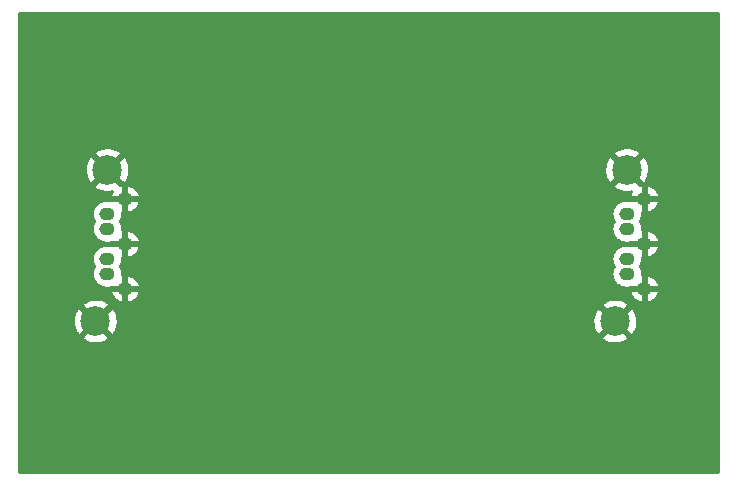
<source format=gbr>
%TF.GenerationSoftware,KiCad,Pcbnew,(5.99.0-10394-g2e15de97e0)*%
%TF.CreationDate,2021-05-18T08:39:38+02:00*%
%TF.ProjectId,BP02A,42503032-412e-46b6-9963-61645f706362,rev?*%
%TF.SameCoordinates,Original*%
%TF.FileFunction,Copper,L1,Top*%
%TF.FilePolarity,Positive*%
%FSLAX46Y46*%
G04 Gerber Fmt 4.6, Leading zero omitted, Abs format (unit mm)*
G04 Created by KiCad (PCBNEW (5.99.0-10394-g2e15de97e0)) date 2021-05-18 08:39:38*
%MOMM*%
%LPD*%
G01*
G04 APERTURE LIST*
%TA.AperFunction,ComponentPad*%
%ADD10C,6.000000*%
%TD*%
%TA.AperFunction,ComponentPad*%
%ADD11O,1.300000X1.100000*%
%TD*%
%TA.AperFunction,ComponentPad*%
%ADD12C,2.500000*%
%TD*%
%TA.AperFunction,Conductor*%
%ADD13C,0.254000*%
%TD*%
G04 APERTURE END LIST*
D10*
%TO.P,M1,1*%
%TO.N,GND*%
X5080000Y35560000D03*
%TD*%
%TO.P,M3,1*%
%TO.N,GND*%
X55880000Y5080000D03*
%TD*%
D11*
%TO.P,J1,1,1*%
%TO.N,GND*%
X9849000Y24030000D03*
%TO.P,J1,2,2*%
%TO.N,3rd_order_in_P*%
X8349000Y22760000D03*
%TO.P,J1,3,3*%
%TO.N,3rd_order_in_N*%
X8349000Y21490000D03*
%TO.P,J1,4,4*%
%TO.N,GND*%
X9849000Y20220000D03*
%TO.P,J1,5,5*%
%TO.N,2rd_order_in_P*%
X8349000Y18950000D03*
%TO.P,J1,6,6*%
%TO.N,2rd_order_in_N*%
X8349000Y17680000D03*
%TO.P,J1,7,7*%
%TO.N,GND*%
X9849000Y16410000D03*
D12*
%TO.P,J1,8,4*%
X7349000Y13660000D03*
%TO.P,J1,9,7*%
X8349000Y26490000D03*
%TD*%
D11*
%TO.P,J2,1,1*%
%TO.N,GND*%
X53824000Y24030000D03*
%TO.P,J2,2,2*%
%TO.N,3rd_order_out_P*%
X52324000Y22760000D03*
%TO.P,J2,3,3*%
%TO.N,3rd_order_out_N*%
X52324000Y21490000D03*
%TO.P,J2,4,4*%
%TO.N,GND*%
X53824000Y20220000D03*
%TO.P,J2,5,5*%
%TO.N,2rd_order_out_P*%
X52324000Y18950000D03*
%TO.P,J2,6,6*%
%TO.N,2rd_order_out_N*%
X52324000Y17680000D03*
%TO.P,J2,7,7*%
%TO.N,GND*%
X53824000Y16410000D03*
D12*
%TO.P,J2,8,4*%
X51324000Y13660000D03*
%TO.P,J2,9,7*%
X52324000Y26490000D03*
%TD*%
D10*
%TO.P,M4,1*%
%TO.N,GND*%
X5080000Y5080000D03*
%TD*%
%TO.P,M2,1*%
%TO.N,GND*%
X55880000Y35560000D03*
%TD*%
%TO.N,GND*%
D13*
X60072000Y888000D02*
X888000Y888000D01*
X888000Y12276981D01*
X6175287Y12276981D01*
X6180352Y12206166D01*
X6223903Y12148586D01*
X6340247Y12063279D01*
X6356085Y12053383D01*
X6587338Y11931715D01*
X6604464Y11924268D01*
X6851161Y11838118D01*
X6869200Y11833284D01*
X7125921Y11784544D01*
X7144476Y11782430D01*
X7405581Y11772171D01*
X7424245Y11772823D01*
X7683998Y11801271D01*
X7702361Y11804674D01*
X7955057Y11871203D01*
X7972715Y11877283D01*
X8212801Y11980432D01*
X8229366Y11989056D01*
X8451568Y12126559D01*
X8466674Y12137533D01*
X8483366Y12151663D01*
X8522436Y12210943D01*
X8523197Y12276981D01*
X50150287Y12276981D01*
X50155352Y12206166D01*
X50198903Y12148586D01*
X50315247Y12063279D01*
X50331085Y12053383D01*
X50562338Y11931715D01*
X50579464Y11924268D01*
X50826161Y11838118D01*
X50844200Y11833284D01*
X51100921Y11784544D01*
X51119476Y11782430D01*
X51380581Y11772171D01*
X51399245Y11772823D01*
X51658998Y11801271D01*
X51677361Y11804674D01*
X51930057Y11871203D01*
X51947715Y11877283D01*
X52187801Y11980432D01*
X52204366Y11989056D01*
X52426568Y12126559D01*
X52441674Y12137533D01*
X52458366Y12151663D01*
X52497436Y12210943D01*
X52498254Y12281935D01*
X52466052Y12336928D01*
X51413095Y13389885D01*
X51350783Y13423911D01*
X51279968Y13418846D01*
X51234905Y13389885D01*
X50184313Y12339293D01*
X50150287Y12276981D01*
X8523197Y12276981D01*
X8523254Y12281935D01*
X8491052Y12336928D01*
X7438095Y13389885D01*
X7375783Y13423911D01*
X7304968Y13418846D01*
X7259905Y13389885D01*
X6209313Y12339293D01*
X6175287Y12276981D01*
X888000Y12276981D01*
X888000Y13700105D01*
X5460749Y13700105D01*
X5473286Y13439099D01*
X5475562Y13420562D01*
X5526541Y13164277D01*
X5531532Y13146282D01*
X5619831Y12900346D01*
X5627427Y12883284D01*
X5751109Y12653102D01*
X5761143Y12637353D01*
X5838277Y12534057D01*
X5895061Y12491442D01*
X5965871Y12486293D01*
X6028330Y12520350D01*
X7078885Y13570905D01*
X7112911Y13633217D01*
X7109080Y13686783D01*
X7585089Y13686783D01*
X7590154Y13615968D01*
X7619115Y13570905D01*
X8672681Y12517339D01*
X8734993Y12483313D01*
X8805808Y12488378D01*
X8862644Y12530925D01*
X8867747Y12538271D01*
X9004326Y12750606D01*
X9013237Y12767019D01*
X9120560Y13005268D01*
X9126947Y13022817D01*
X9197876Y13274313D01*
X9201600Y13292613D01*
X9234577Y13551831D01*
X9235541Y13564434D01*
X9237957Y13656702D01*
X9237654Y13669338D01*
X9235368Y13700105D01*
X49435749Y13700105D01*
X49448286Y13439099D01*
X49450562Y13420562D01*
X49501541Y13164277D01*
X49506532Y13146282D01*
X49594831Y12900346D01*
X49602427Y12883284D01*
X49726109Y12653102D01*
X49736143Y12637353D01*
X49813277Y12534057D01*
X49870061Y12491442D01*
X49940871Y12486293D01*
X50003330Y12520350D01*
X51053885Y13570905D01*
X51087911Y13633217D01*
X51084080Y13686783D01*
X51560089Y13686783D01*
X51565154Y13615968D01*
X51594115Y13570905D01*
X52647681Y12517339D01*
X52709993Y12483313D01*
X52780808Y12488378D01*
X52837644Y12530925D01*
X52842747Y12538271D01*
X52979326Y12750606D01*
X52988237Y12767019D01*
X53095560Y13005268D01*
X53101947Y13022817D01*
X53172876Y13274313D01*
X53176600Y13292613D01*
X53209577Y13551831D01*
X53210541Y13564434D01*
X53212957Y13656702D01*
X53212654Y13669338D01*
X53193289Y13929926D01*
X53190528Y13948396D01*
X53132858Y14203259D01*
X53127398Y14221118D01*
X53032691Y14464658D01*
X53024651Y14481514D01*
X52894986Y14708380D01*
X52884543Y14723863D01*
X52833176Y14789022D01*
X52775295Y14830135D01*
X52704375Y14833429D01*
X52645131Y14800111D01*
X51594115Y13749095D01*
X51560089Y13686783D01*
X51084080Y13686783D01*
X51082846Y13704032D01*
X51053885Y13749095D01*
X50001555Y14801425D01*
X49939243Y14835451D01*
X49868428Y14830386D01*
X49815587Y14792900D01*
X49791841Y14764349D01*
X49780995Y14749144D01*
X49645436Y14525750D01*
X49636958Y14509111D01*
X49535908Y14268134D01*
X49529982Y14250423D01*
X49465661Y13997157D01*
X49462418Y13978766D01*
X49436238Y13718774D01*
X49435749Y13700105D01*
X9235368Y13700105D01*
X9218289Y13929926D01*
X9215528Y13948396D01*
X9157858Y14203259D01*
X9152398Y14221118D01*
X9057691Y14464658D01*
X9049651Y14481514D01*
X8919986Y14708380D01*
X8909543Y14723863D01*
X8858176Y14789022D01*
X8800295Y14830135D01*
X8729375Y14833429D01*
X8670131Y14800111D01*
X7619115Y13749095D01*
X7585089Y13686783D01*
X7109080Y13686783D01*
X7107846Y13704032D01*
X7078885Y13749095D01*
X6026555Y14801425D01*
X5964243Y14835451D01*
X5893428Y14830386D01*
X5840587Y14792900D01*
X5816841Y14764349D01*
X5805995Y14749144D01*
X5670436Y14525750D01*
X5661958Y14509111D01*
X5560908Y14268134D01*
X5554982Y14250423D01*
X5490661Y13997157D01*
X5487418Y13978766D01*
X5461238Y13718774D01*
X5460749Y13700105D01*
X888000Y13700105D01*
X888000Y15052988D01*
X6171604Y15052988D01*
X6201685Y14988679D01*
X6207058Y14982962D01*
X7259905Y13930115D01*
X7322217Y13896089D01*
X7393032Y13901154D01*
X7438095Y13930115D01*
X8489376Y14981396D01*
X8523402Y15043708D01*
X8522738Y15052988D01*
X50146604Y15052988D01*
X50176685Y14988679D01*
X50182058Y14982962D01*
X51234905Y13930115D01*
X51297217Y13896089D01*
X51368032Y13901154D01*
X51413095Y13930115D01*
X52464376Y14981396D01*
X52498402Y15043708D01*
X52493337Y15114523D01*
X52447100Y15174019D01*
X52290609Y15282580D01*
X52274518Y15292058D01*
X52040159Y15407631D01*
X52022844Y15414627D01*
X51773977Y15494290D01*
X51755818Y15498650D01*
X51497910Y15540653D01*
X51479306Y15542280D01*
X51218021Y15545701D01*
X51199379Y15544561D01*
X50940460Y15509323D01*
X50922194Y15505440D01*
X50671326Y15432319D01*
X50653833Y15425779D01*
X50416530Y15316381D01*
X50400196Y15307327D01*
X50202068Y15177429D01*
X50156067Y15123352D01*
X50146604Y15052988D01*
X8522738Y15052988D01*
X8518337Y15114523D01*
X8472100Y15174019D01*
X8315609Y15282580D01*
X8299518Y15292058D01*
X8065159Y15407631D01*
X8047844Y15414627D01*
X7798977Y15494290D01*
X7780818Y15498650D01*
X7522910Y15540653D01*
X7504306Y15542280D01*
X7243021Y15545701D01*
X7224379Y15544561D01*
X6965460Y15509323D01*
X6947194Y15505440D01*
X6696326Y15432319D01*
X6678833Y15425779D01*
X6441530Y15316381D01*
X6425196Y15307327D01*
X6227068Y15177429D01*
X6181067Y15123352D01*
X6171604Y15052988D01*
X888000Y15052988D01*
X888000Y16138068D01*
X8596244Y16138068D01*
X8600088Y16120425D01*
X8642530Y15976218D01*
X8651742Y15953418D01*
X8747858Y15769565D01*
X8761324Y15748988D01*
X8891320Y15587306D01*
X8908524Y15569737D01*
X9067448Y15436383D01*
X9087739Y15422489D01*
X9269539Y15322544D01*
X9292141Y15312857D01*
X9489891Y15250127D01*
X9513946Y15245014D01*
X9580956Y15237498D01*
X9650881Y15249783D01*
X9703065Y15297922D01*
X9721000Y15362713D01*
X9721000Y16156000D01*
X9977000Y16156000D01*
X9977000Y15362100D01*
X9997002Y15293979D01*
X10050658Y15247486D01*
X10115296Y15236701D01*
X10167767Y15241846D01*
X10191889Y15246623D01*
X10390496Y15306586D01*
X10413231Y15315957D01*
X10596408Y15413354D01*
X10616890Y15426962D01*
X10777661Y15558083D01*
X10795111Y15575411D01*
X10927352Y15735263D01*
X10941103Y15755649D01*
X11039777Y15938142D01*
X11049306Y15960813D01*
X11098192Y16118742D01*
X11098474Y16138068D01*
X52571244Y16138068D01*
X52575088Y16120425D01*
X52617530Y15976218D01*
X52626742Y15953418D01*
X52722858Y15769565D01*
X52736324Y15748988D01*
X52866320Y15587306D01*
X52883524Y15569737D01*
X53042448Y15436383D01*
X53062739Y15422489D01*
X53244539Y15322544D01*
X53267141Y15312857D01*
X53464891Y15250127D01*
X53488946Y15245014D01*
X53555956Y15237498D01*
X53625881Y15249783D01*
X53678065Y15297922D01*
X53696000Y15362713D01*
X53696000Y16156000D01*
X53952000Y16156000D01*
X53952000Y15362100D01*
X53972002Y15293979D01*
X54025658Y15247486D01*
X54090296Y15236701D01*
X54142767Y15241846D01*
X54166889Y15246623D01*
X54365496Y15306586D01*
X54388231Y15315957D01*
X54571408Y15413354D01*
X54591890Y15426962D01*
X54752661Y15558083D01*
X54770111Y15575411D01*
X54902352Y15735263D01*
X54916103Y15755649D01*
X55014777Y15938142D01*
X55024306Y15960813D01*
X55073192Y16118742D01*
X55074228Y16189731D01*
X55036720Y16250010D01*
X54972576Y16280443D01*
X54952827Y16282000D01*
X54078000Y16282000D01*
X54009879Y16261998D01*
X53963386Y16208342D01*
X53952000Y16156000D01*
X53696000Y16156000D01*
X53675998Y16224121D01*
X53622342Y16270614D01*
X53570000Y16282000D01*
X52695962Y16282000D01*
X52627841Y16261998D01*
X52581348Y16208342D01*
X52571244Y16138068D01*
X11098474Y16138068D01*
X11099228Y16189731D01*
X11061720Y16250010D01*
X10997576Y16280443D01*
X10977827Y16282000D01*
X10103000Y16282000D01*
X10034879Y16261998D01*
X9988386Y16208342D01*
X9977000Y16156000D01*
X9721000Y16156000D01*
X9700998Y16224121D01*
X9647342Y16270614D01*
X9595000Y16282000D01*
X8720962Y16282000D01*
X8652841Y16261998D01*
X8606348Y16208342D01*
X8596244Y16138068D01*
X888000Y16138068D01*
X888000Y18946005D01*
X7060045Y18946005D01*
X7078857Y18739300D01*
X7083464Y18715145D01*
X7142066Y18516031D01*
X7151278Y18493231D01*
X7245150Y18313671D01*
X7157763Y18152052D01*
X7148234Y18129382D01*
X7086857Y17931105D01*
X7081912Y17907017D01*
X7060216Y17700596D01*
X7060045Y17676005D01*
X7078857Y17469300D01*
X7083464Y17445145D01*
X7142066Y17246031D01*
X7151278Y17223231D01*
X7247439Y17039292D01*
X7260904Y17018715D01*
X7390961Y16856956D01*
X7408167Y16839386D01*
X7567167Y16705970D01*
X7587457Y16692077D01*
X7769342Y16592085D01*
X7791944Y16582398D01*
X7989787Y16519638D01*
X8013841Y16514525D01*
X8176457Y16496285D01*
X8190502Y16495500D01*
X8499994Y16495500D01*
X8512289Y16496101D01*
X8667863Y16511355D01*
X8691986Y16516132D01*
X8764416Y16538000D01*
X9595000Y16538000D01*
X9663121Y16558002D01*
X9709614Y16611658D01*
X9721000Y16664000D01*
X9721000Y17457287D01*
X9977000Y17457287D01*
X9977000Y16664000D01*
X9997002Y16595879D01*
X10050658Y16549386D01*
X10103000Y16538000D01*
X10977038Y16538000D01*
X11045159Y16558002D01*
X11091652Y16611658D01*
X11101756Y16681932D01*
X11097912Y16699575D01*
X11055470Y16843782D01*
X11046258Y16866582D01*
X10950142Y17050435D01*
X10936676Y17071012D01*
X10806680Y17232694D01*
X10789476Y17250263D01*
X10630552Y17383617D01*
X10610261Y17397511D01*
X10428461Y17497456D01*
X10405859Y17507143D01*
X10208109Y17569873D01*
X10184054Y17574986D01*
X10117044Y17582502D01*
X10047119Y17570217D01*
X9994935Y17522078D01*
X9977000Y17457287D01*
X9721000Y17457287D01*
X9721000Y17457900D01*
X9700998Y17526021D01*
X9647342Y17572514D01*
X9628974Y17575579D01*
X9637784Y17659404D01*
X9637955Y17683995D01*
X9619143Y17890700D01*
X9614536Y17914855D01*
X9555934Y18113969D01*
X9546722Y18136769D01*
X9452850Y18316329D01*
X9540237Y18477948D01*
X9549766Y18500618D01*
X9611143Y18698895D01*
X9616088Y18722983D01*
X9637784Y18929404D01*
X9637899Y18946005D01*
X51035045Y18946005D01*
X51053857Y18739300D01*
X51058464Y18715145D01*
X51117066Y18516031D01*
X51126278Y18493231D01*
X51220150Y18313671D01*
X51132763Y18152052D01*
X51123234Y18129382D01*
X51061857Y17931105D01*
X51056912Y17907017D01*
X51035216Y17700596D01*
X51035045Y17676005D01*
X51053857Y17469300D01*
X51058464Y17445145D01*
X51117066Y17246031D01*
X51126278Y17223231D01*
X51222439Y17039292D01*
X51235904Y17018715D01*
X51365961Y16856956D01*
X51383167Y16839386D01*
X51542167Y16705970D01*
X51562457Y16692077D01*
X51744342Y16592085D01*
X51766944Y16582398D01*
X51964787Y16519638D01*
X51988841Y16514525D01*
X52151457Y16496285D01*
X52165502Y16495500D01*
X52474994Y16495500D01*
X52487289Y16496101D01*
X52642863Y16511355D01*
X52666986Y16516132D01*
X52739416Y16538000D01*
X53570000Y16538000D01*
X53638121Y16558002D01*
X53684614Y16611658D01*
X53696000Y16664000D01*
X53696000Y17457287D01*
X53952000Y17457287D01*
X53952000Y16664000D01*
X53972002Y16595879D01*
X54025658Y16549386D01*
X54078000Y16538000D01*
X54952038Y16538000D01*
X55020159Y16558002D01*
X55066652Y16611658D01*
X55076756Y16681932D01*
X55072912Y16699575D01*
X55030470Y16843782D01*
X55021258Y16866582D01*
X54925142Y17050435D01*
X54911676Y17071012D01*
X54781680Y17232694D01*
X54764476Y17250263D01*
X54605552Y17383617D01*
X54585261Y17397511D01*
X54403461Y17497456D01*
X54380859Y17507143D01*
X54183109Y17569873D01*
X54159054Y17574986D01*
X54092044Y17582502D01*
X54022119Y17570217D01*
X53969935Y17522078D01*
X53952000Y17457287D01*
X53696000Y17457287D01*
X53696000Y17457900D01*
X53675998Y17526021D01*
X53622342Y17572514D01*
X53603974Y17575579D01*
X53612784Y17659404D01*
X53612955Y17683995D01*
X53594143Y17890700D01*
X53589536Y17914855D01*
X53530934Y18113969D01*
X53521722Y18136769D01*
X53427850Y18316329D01*
X53515237Y18477948D01*
X53524766Y18500618D01*
X53586143Y18698895D01*
X53591088Y18722983D01*
X53612784Y18929404D01*
X53612955Y18953995D01*
X53603682Y19055883D01*
X53625881Y19059783D01*
X53678065Y19107922D01*
X53696000Y19172713D01*
X53696000Y19966000D01*
X53952000Y19966000D01*
X53952000Y19172100D01*
X53972002Y19103979D01*
X54025658Y19057486D01*
X54090296Y19046701D01*
X54142767Y19051846D01*
X54166889Y19056623D01*
X54365496Y19116586D01*
X54388231Y19125957D01*
X54571408Y19223354D01*
X54591890Y19236962D01*
X54752661Y19368083D01*
X54770111Y19385411D01*
X54902352Y19545263D01*
X54916103Y19565649D01*
X55014777Y19748142D01*
X55024306Y19770813D01*
X55073192Y19928742D01*
X55074228Y19999731D01*
X55036720Y20060010D01*
X54972576Y20090443D01*
X54952827Y20092000D01*
X54078000Y20092000D01*
X54009879Y20071998D01*
X53963386Y20018342D01*
X53952000Y19966000D01*
X53696000Y19966000D01*
X53675998Y20034121D01*
X53622342Y20080614D01*
X53570000Y20092000D01*
X52741097Y20092000D01*
X52683213Y20110362D01*
X52659159Y20115475D01*
X52496543Y20133715D01*
X52482498Y20134500D01*
X52173006Y20134500D01*
X52160711Y20133899D01*
X52005137Y20118645D01*
X51981014Y20113868D01*
X51782314Y20053877D01*
X51759579Y20044506D01*
X51576315Y19947063D01*
X51555832Y19933455D01*
X51394986Y19802271D01*
X51377538Y19784944D01*
X51245235Y19625018D01*
X51231483Y19604631D01*
X51132763Y19422052D01*
X51123234Y19399382D01*
X51061857Y19201105D01*
X51056912Y19177017D01*
X51035216Y18970596D01*
X51035045Y18946005D01*
X9637899Y18946005D01*
X9637955Y18953995D01*
X9628682Y19055883D01*
X9650881Y19059783D01*
X9703065Y19107922D01*
X9721000Y19172713D01*
X9721000Y19966000D01*
X9977000Y19966000D01*
X9977000Y19172100D01*
X9997002Y19103979D01*
X10050658Y19057486D01*
X10115296Y19046701D01*
X10167767Y19051846D01*
X10191889Y19056623D01*
X10390496Y19116586D01*
X10413231Y19125957D01*
X10596408Y19223354D01*
X10616890Y19236962D01*
X10777661Y19368083D01*
X10795111Y19385411D01*
X10927352Y19545263D01*
X10941103Y19565649D01*
X11039777Y19748142D01*
X11049306Y19770813D01*
X11098192Y19928742D01*
X11099228Y19999731D01*
X11061720Y20060010D01*
X10997576Y20090443D01*
X10977827Y20092000D01*
X10103000Y20092000D01*
X10034879Y20071998D01*
X9988386Y20018342D01*
X9977000Y19966000D01*
X9721000Y19966000D01*
X9700998Y20034121D01*
X9647342Y20080614D01*
X9595000Y20092000D01*
X8766097Y20092000D01*
X8708213Y20110362D01*
X8684159Y20115475D01*
X8521543Y20133715D01*
X8507498Y20134500D01*
X8198006Y20134500D01*
X8185711Y20133899D01*
X8030137Y20118645D01*
X8006014Y20113868D01*
X7807314Y20053877D01*
X7784579Y20044506D01*
X7601315Y19947063D01*
X7580832Y19933455D01*
X7419986Y19802271D01*
X7402538Y19784944D01*
X7270235Y19625018D01*
X7256483Y19604631D01*
X7157763Y19422052D01*
X7148234Y19399382D01*
X7086857Y19201105D01*
X7081912Y19177017D01*
X7060216Y18970596D01*
X7060045Y18946005D01*
X888000Y18946005D01*
X888000Y22756005D01*
X7060045Y22756005D01*
X7078857Y22549300D01*
X7083464Y22525145D01*
X7142066Y22326031D01*
X7151278Y22303231D01*
X7245150Y22123671D01*
X7157763Y21962052D01*
X7148234Y21939382D01*
X7086857Y21741105D01*
X7081912Y21717017D01*
X7060216Y21510596D01*
X7060045Y21486005D01*
X7078857Y21279300D01*
X7083464Y21255145D01*
X7142066Y21056031D01*
X7151278Y21033231D01*
X7247439Y20849292D01*
X7260904Y20828715D01*
X7390961Y20666956D01*
X7408167Y20649386D01*
X7567167Y20515970D01*
X7587457Y20502077D01*
X7769342Y20402085D01*
X7791944Y20392398D01*
X7989787Y20329638D01*
X8013841Y20324525D01*
X8176457Y20306285D01*
X8190502Y20305500D01*
X8499994Y20305500D01*
X8512289Y20306101D01*
X8667863Y20321355D01*
X8691986Y20326132D01*
X8764416Y20348000D01*
X9595000Y20348000D01*
X9663121Y20368002D01*
X9709614Y20421658D01*
X9721000Y20474000D01*
X9721000Y21267287D01*
X9977000Y21267287D01*
X9977000Y20474000D01*
X9997002Y20405879D01*
X10050658Y20359386D01*
X10103000Y20348000D01*
X10977038Y20348000D01*
X11045159Y20368002D01*
X11091652Y20421658D01*
X11101756Y20491932D01*
X11097912Y20509575D01*
X11055470Y20653782D01*
X11046258Y20676582D01*
X10950142Y20860435D01*
X10936676Y20881012D01*
X10806680Y21042694D01*
X10789476Y21060263D01*
X10630552Y21193617D01*
X10610261Y21207511D01*
X10428461Y21307456D01*
X10405859Y21317143D01*
X10208109Y21379873D01*
X10184054Y21384986D01*
X10117044Y21392502D01*
X10047119Y21380217D01*
X9994935Y21332078D01*
X9977000Y21267287D01*
X9721000Y21267287D01*
X9721000Y21267900D01*
X9700998Y21336021D01*
X9647342Y21382514D01*
X9628974Y21385579D01*
X9637784Y21469404D01*
X9637955Y21493995D01*
X9619143Y21700700D01*
X9614536Y21724855D01*
X9555934Y21923969D01*
X9546722Y21946769D01*
X9452850Y22126329D01*
X9540237Y22287948D01*
X9549766Y22310618D01*
X9611143Y22508895D01*
X9616088Y22532983D01*
X9637784Y22739404D01*
X9637899Y22756005D01*
X51035045Y22756005D01*
X51053857Y22549300D01*
X51058464Y22525145D01*
X51117066Y22326031D01*
X51126278Y22303231D01*
X51220150Y22123671D01*
X51132763Y21962052D01*
X51123234Y21939382D01*
X51061857Y21741105D01*
X51056912Y21717017D01*
X51035216Y21510596D01*
X51035045Y21486005D01*
X51053857Y21279300D01*
X51058464Y21255145D01*
X51117066Y21056031D01*
X51126278Y21033231D01*
X51222439Y20849292D01*
X51235904Y20828715D01*
X51365961Y20666956D01*
X51383167Y20649386D01*
X51542167Y20515970D01*
X51562457Y20502077D01*
X51744342Y20402085D01*
X51766944Y20392398D01*
X51964787Y20329638D01*
X51988841Y20324525D01*
X52151457Y20306285D01*
X52165502Y20305500D01*
X52474994Y20305500D01*
X52487289Y20306101D01*
X52642863Y20321355D01*
X52666986Y20326132D01*
X52739416Y20348000D01*
X53570000Y20348000D01*
X53638121Y20368002D01*
X53684614Y20421658D01*
X53696000Y20474000D01*
X53696000Y21267287D01*
X53952000Y21267287D01*
X53952000Y20474000D01*
X53972002Y20405879D01*
X54025658Y20359386D01*
X54078000Y20348000D01*
X54952038Y20348000D01*
X55020159Y20368002D01*
X55066652Y20421658D01*
X55076756Y20491932D01*
X55072912Y20509575D01*
X55030470Y20653782D01*
X55021258Y20676582D01*
X54925142Y20860435D01*
X54911676Y20881012D01*
X54781680Y21042694D01*
X54764476Y21060263D01*
X54605552Y21193617D01*
X54585261Y21207511D01*
X54403461Y21307456D01*
X54380859Y21317143D01*
X54183109Y21379873D01*
X54159054Y21384986D01*
X54092044Y21392502D01*
X54022119Y21380217D01*
X53969935Y21332078D01*
X53952000Y21267287D01*
X53696000Y21267287D01*
X53696000Y21267900D01*
X53675998Y21336021D01*
X53622342Y21382514D01*
X53603974Y21385579D01*
X53612784Y21469404D01*
X53612955Y21493995D01*
X53594143Y21700700D01*
X53589536Y21724855D01*
X53530934Y21923969D01*
X53521722Y21946769D01*
X53427850Y22126329D01*
X53515237Y22287948D01*
X53524766Y22310618D01*
X53586143Y22508895D01*
X53591088Y22532983D01*
X53612784Y22739404D01*
X53612955Y22763995D01*
X53603682Y22865883D01*
X53625881Y22869783D01*
X53678065Y22917922D01*
X53696000Y22982713D01*
X53696000Y23776000D01*
X53952000Y23776000D01*
X53952000Y22982100D01*
X53972002Y22913979D01*
X54025658Y22867486D01*
X54090296Y22856701D01*
X54142767Y22861846D01*
X54166889Y22866623D01*
X54365496Y22926586D01*
X54388231Y22935957D01*
X54571408Y23033354D01*
X54591890Y23046962D01*
X54752661Y23178083D01*
X54770111Y23195411D01*
X54902352Y23355263D01*
X54916103Y23375649D01*
X55014777Y23558142D01*
X55024306Y23580813D01*
X55073192Y23738742D01*
X55074228Y23809731D01*
X55036720Y23870010D01*
X54972576Y23900443D01*
X54952827Y23902000D01*
X54078000Y23902000D01*
X54009879Y23881998D01*
X53963386Y23828342D01*
X53952000Y23776000D01*
X53696000Y23776000D01*
X53675998Y23844121D01*
X53622342Y23890614D01*
X53570000Y23902000D01*
X52741097Y23902000D01*
X52683213Y23920362D01*
X52659159Y23925475D01*
X52496543Y23943715D01*
X52482498Y23944500D01*
X52173006Y23944500D01*
X52160711Y23943899D01*
X52005137Y23928645D01*
X51981014Y23923868D01*
X51782314Y23863877D01*
X51759579Y23854506D01*
X51576315Y23757063D01*
X51555832Y23743455D01*
X51394986Y23612271D01*
X51377538Y23594944D01*
X51245235Y23435018D01*
X51231483Y23414631D01*
X51132763Y23232052D01*
X51123234Y23209382D01*
X51061857Y23011105D01*
X51056912Y22987017D01*
X51035216Y22780596D01*
X51035045Y22756005D01*
X9637899Y22756005D01*
X9637955Y22763995D01*
X9628682Y22865883D01*
X9650881Y22869783D01*
X9703065Y22917922D01*
X9721000Y22982713D01*
X9721000Y23776000D01*
X9977000Y23776000D01*
X9977000Y22982100D01*
X9997002Y22913979D01*
X10050658Y22867486D01*
X10115296Y22856701D01*
X10167767Y22861846D01*
X10191889Y22866623D01*
X10390496Y22926586D01*
X10413231Y22935957D01*
X10596408Y23033354D01*
X10616890Y23046962D01*
X10777661Y23178083D01*
X10795111Y23195411D01*
X10927352Y23355263D01*
X10941103Y23375649D01*
X11039777Y23558142D01*
X11049306Y23580813D01*
X11098192Y23738742D01*
X11099228Y23809731D01*
X11061720Y23870010D01*
X10997576Y23900443D01*
X10977827Y23902000D01*
X10103000Y23902000D01*
X10034879Y23881998D01*
X9988386Y23828342D01*
X9977000Y23776000D01*
X9721000Y23776000D01*
X9700998Y23844121D01*
X9647342Y23890614D01*
X9595000Y23902000D01*
X8766097Y23902000D01*
X8708213Y23920362D01*
X8684159Y23925475D01*
X8521543Y23943715D01*
X8507498Y23944500D01*
X8198006Y23944500D01*
X8185711Y23943899D01*
X8030137Y23928645D01*
X8006014Y23923868D01*
X7807314Y23863877D01*
X7784579Y23854506D01*
X7601315Y23757063D01*
X7580832Y23743455D01*
X7419986Y23612271D01*
X7402538Y23594944D01*
X7270235Y23435018D01*
X7256483Y23414631D01*
X7157763Y23232052D01*
X7148234Y23209382D01*
X7086857Y23011105D01*
X7081912Y22987017D01*
X7060216Y22780596D01*
X7060045Y22756005D01*
X888000Y22756005D01*
X888000Y25106981D01*
X7175287Y25106981D01*
X7180352Y25036166D01*
X7223903Y24978586D01*
X7340247Y24893279D01*
X7356085Y24883383D01*
X7587338Y24761715D01*
X7604464Y24754268D01*
X7851161Y24668118D01*
X7869200Y24663284D01*
X8125921Y24614544D01*
X8144476Y24612430D01*
X8405581Y24602171D01*
X8424245Y24602823D01*
X8683998Y24631271D01*
X8702361Y24634674D01*
X8734630Y24643170D01*
X8658223Y24501858D01*
X8648694Y24479187D01*
X8599808Y24321258D01*
X8598772Y24250269D01*
X8636280Y24189990D01*
X8700424Y24159557D01*
X8720173Y24158000D01*
X9595000Y24158000D01*
X9663121Y24178002D01*
X9709614Y24231658D01*
X9721000Y24284000D01*
X9721000Y25077287D01*
X9977000Y25077287D01*
X9977000Y24284000D01*
X9997002Y24215879D01*
X10050658Y24169386D01*
X10103000Y24158000D01*
X10977038Y24158000D01*
X11045159Y24178002D01*
X11091652Y24231658D01*
X11101756Y24301932D01*
X11097912Y24319575D01*
X11055470Y24463782D01*
X11046258Y24486582D01*
X10950142Y24670435D01*
X10936676Y24691012D01*
X10806680Y24852694D01*
X10789476Y24870263D01*
X10630552Y25003617D01*
X10610261Y25017511D01*
X10447515Y25106981D01*
X51150287Y25106981D01*
X51155352Y25036166D01*
X51198903Y24978586D01*
X51315247Y24893279D01*
X51331085Y24883383D01*
X51562338Y24761715D01*
X51579464Y24754268D01*
X51826161Y24668118D01*
X51844200Y24663284D01*
X52100921Y24614544D01*
X52119476Y24612430D01*
X52380581Y24602171D01*
X52399245Y24602823D01*
X52658998Y24631271D01*
X52677361Y24634674D01*
X52709630Y24643170D01*
X52633223Y24501858D01*
X52623694Y24479187D01*
X52574808Y24321258D01*
X52573772Y24250269D01*
X52611280Y24189990D01*
X52675424Y24159557D01*
X52695173Y24158000D01*
X53570000Y24158000D01*
X53638121Y24178002D01*
X53684614Y24231658D01*
X53696000Y24284000D01*
X53696000Y25077287D01*
X53952000Y25077287D01*
X53952000Y24284000D01*
X53972002Y24215879D01*
X54025658Y24169386D01*
X54078000Y24158000D01*
X54952038Y24158000D01*
X55020159Y24178002D01*
X55066652Y24231658D01*
X55076756Y24301932D01*
X55072912Y24319575D01*
X55030470Y24463782D01*
X55021258Y24486582D01*
X54925142Y24670435D01*
X54911676Y24691012D01*
X54781680Y24852694D01*
X54764476Y24870263D01*
X54605552Y25003617D01*
X54585261Y25017511D01*
X54403461Y25117456D01*
X54380859Y25127143D01*
X54183109Y25189873D01*
X54159054Y25194986D01*
X54092044Y25202502D01*
X54022119Y25190217D01*
X53969935Y25142078D01*
X53952000Y25077287D01*
X53696000Y25077287D01*
X53696000Y25077900D01*
X53675998Y25146021D01*
X53622342Y25192514D01*
X53557704Y25203299D01*
X53505233Y25198154D01*
X53481111Y25193377D01*
X53449229Y25183751D01*
X52413095Y26219885D01*
X52350783Y26253911D01*
X52279968Y26248846D01*
X52234905Y26219885D01*
X51184313Y25169293D01*
X51150287Y25106981D01*
X10447515Y25106981D01*
X10428461Y25117456D01*
X10405859Y25127143D01*
X10208109Y25189873D01*
X10184054Y25194986D01*
X10117044Y25202502D01*
X10047119Y25190217D01*
X9994935Y25142078D01*
X9977000Y25077287D01*
X9721000Y25077287D01*
X9721000Y25077900D01*
X9700998Y25146021D01*
X9647342Y25192514D01*
X9582704Y25203299D01*
X9530233Y25198154D01*
X9506111Y25193377D01*
X9474229Y25183751D01*
X8438095Y26219885D01*
X8375783Y26253911D01*
X8304968Y26248846D01*
X8259905Y26219885D01*
X7209313Y25169293D01*
X7175287Y25106981D01*
X888000Y25106981D01*
X888000Y26530105D01*
X6460749Y26530105D01*
X6473286Y26269099D01*
X6475562Y26250562D01*
X6526541Y25994277D01*
X6531532Y25976282D01*
X6619831Y25730346D01*
X6627427Y25713284D01*
X6751109Y25483102D01*
X6761143Y25467353D01*
X6838277Y25364057D01*
X6895061Y25321442D01*
X6965871Y25316293D01*
X7028330Y25350350D01*
X8078885Y26400905D01*
X8112911Y26463217D01*
X8109080Y26516783D01*
X8585089Y26516783D01*
X8590154Y26445968D01*
X8619115Y26400905D01*
X9672681Y25347339D01*
X9734993Y25313313D01*
X9805808Y25318378D01*
X9862644Y25360925D01*
X9867747Y25368271D01*
X10004326Y25580606D01*
X10013237Y25597019D01*
X10120560Y25835268D01*
X10126947Y25852817D01*
X10197876Y26104313D01*
X10201600Y26122613D01*
X10234577Y26381831D01*
X10235541Y26394434D01*
X10237957Y26486702D01*
X10237654Y26499338D01*
X10235368Y26530105D01*
X50435749Y26530105D01*
X50448286Y26269099D01*
X50450562Y26250562D01*
X50501541Y25994277D01*
X50506532Y25976282D01*
X50594831Y25730346D01*
X50602427Y25713284D01*
X50726109Y25483102D01*
X50736143Y25467353D01*
X50813277Y25364057D01*
X50870061Y25321442D01*
X50940871Y25316293D01*
X51003330Y25350350D01*
X52053885Y26400905D01*
X52087911Y26463217D01*
X52084080Y26516783D01*
X52560089Y26516783D01*
X52565154Y26445968D01*
X52594115Y26400905D01*
X53647681Y25347339D01*
X53709993Y25313313D01*
X53780808Y25318378D01*
X53837644Y25360925D01*
X53842747Y25368271D01*
X53979326Y25580606D01*
X53988237Y25597019D01*
X54095560Y25835268D01*
X54101947Y25852817D01*
X54172876Y26104313D01*
X54176600Y26122613D01*
X54209577Y26381831D01*
X54210541Y26394434D01*
X54212957Y26486702D01*
X54212654Y26499338D01*
X54193289Y26759926D01*
X54190528Y26778396D01*
X54132858Y27033259D01*
X54127398Y27051118D01*
X54032691Y27294658D01*
X54024651Y27311514D01*
X53894986Y27538380D01*
X53884543Y27553863D01*
X53833176Y27619022D01*
X53775295Y27660135D01*
X53704375Y27663429D01*
X53645131Y27630111D01*
X52594115Y26579095D01*
X52560089Y26516783D01*
X52084080Y26516783D01*
X52082846Y26534032D01*
X52053885Y26579095D01*
X51001555Y27631425D01*
X50939243Y27665451D01*
X50868428Y27660386D01*
X50815587Y27622900D01*
X50791841Y27594349D01*
X50780995Y27579144D01*
X50645436Y27355750D01*
X50636958Y27339111D01*
X50535908Y27098134D01*
X50529982Y27080423D01*
X50465661Y26827157D01*
X50462418Y26808766D01*
X50436238Y26548774D01*
X50435749Y26530105D01*
X10235368Y26530105D01*
X10218289Y26759926D01*
X10215528Y26778396D01*
X10157858Y27033259D01*
X10152398Y27051118D01*
X10057691Y27294658D01*
X10049651Y27311514D01*
X9919986Y27538380D01*
X9909543Y27553863D01*
X9858176Y27619022D01*
X9800295Y27660135D01*
X9729375Y27663429D01*
X9670131Y27630111D01*
X8619115Y26579095D01*
X8585089Y26516783D01*
X8109080Y26516783D01*
X8107846Y26534032D01*
X8078885Y26579095D01*
X7026555Y27631425D01*
X6964243Y27665451D01*
X6893428Y27660386D01*
X6840587Y27622900D01*
X6816841Y27594349D01*
X6805995Y27579144D01*
X6670436Y27355750D01*
X6661958Y27339111D01*
X6560908Y27098134D01*
X6554982Y27080423D01*
X6490661Y26827157D01*
X6487418Y26808766D01*
X6461238Y26548774D01*
X6460749Y26530105D01*
X888000Y26530105D01*
X888000Y27882988D01*
X7171604Y27882988D01*
X7201685Y27818679D01*
X7207058Y27812962D01*
X8259905Y26760115D01*
X8322217Y26726089D01*
X8393032Y26731154D01*
X8438095Y26760115D01*
X9489376Y27811396D01*
X9523402Y27873708D01*
X9522738Y27882988D01*
X51146604Y27882988D01*
X51176685Y27818679D01*
X51182058Y27812962D01*
X52234905Y26760115D01*
X52297217Y26726089D01*
X52368032Y26731154D01*
X52413095Y26760115D01*
X53464376Y27811396D01*
X53498402Y27873708D01*
X53493337Y27944523D01*
X53447100Y28004019D01*
X53290609Y28112580D01*
X53274518Y28122058D01*
X53040159Y28237631D01*
X53022844Y28244627D01*
X52773977Y28324290D01*
X52755818Y28328650D01*
X52497910Y28370653D01*
X52479306Y28372280D01*
X52218021Y28375701D01*
X52199379Y28374561D01*
X51940460Y28339323D01*
X51922194Y28335440D01*
X51671326Y28262319D01*
X51653833Y28255779D01*
X51416530Y28146381D01*
X51400196Y28137327D01*
X51202068Y28007429D01*
X51156067Y27953352D01*
X51146604Y27882988D01*
X9522738Y27882988D01*
X9518337Y27944523D01*
X9472100Y28004019D01*
X9315609Y28112580D01*
X9299518Y28122058D01*
X9065159Y28237631D01*
X9047844Y28244627D01*
X8798977Y28324290D01*
X8780818Y28328650D01*
X8522910Y28370653D01*
X8504306Y28372280D01*
X8243021Y28375701D01*
X8224379Y28374561D01*
X7965460Y28339323D01*
X7947194Y28335440D01*
X7696326Y28262319D01*
X7678833Y28255779D01*
X7441530Y28146381D01*
X7425196Y28137327D01*
X7227068Y28007429D01*
X7181067Y27953352D01*
X7171604Y27882988D01*
X888000Y27882988D01*
X888000Y39752000D01*
X60072000Y39752000D01*
X60072000Y888000D01*
%TA.AperFunction,Conductor*%
G36*
X60072000Y888000D02*
G01*
X888000Y888000D01*
X888000Y12276981D01*
X6175287Y12276981D01*
X6180352Y12206166D01*
X6223903Y12148586D01*
X6340247Y12063279D01*
X6356085Y12053383D01*
X6587338Y11931715D01*
X6604464Y11924268D01*
X6851161Y11838118D01*
X6869200Y11833284D01*
X7125921Y11784544D01*
X7144476Y11782430D01*
X7405581Y11772171D01*
X7424245Y11772823D01*
X7683998Y11801271D01*
X7702361Y11804674D01*
X7955057Y11871203D01*
X7972715Y11877283D01*
X8212801Y11980432D01*
X8229366Y11989056D01*
X8451568Y12126559D01*
X8466674Y12137533D01*
X8483366Y12151663D01*
X8522436Y12210943D01*
X8523197Y12276981D01*
X50150287Y12276981D01*
X50155352Y12206166D01*
X50198903Y12148586D01*
X50315247Y12063279D01*
X50331085Y12053383D01*
X50562338Y11931715D01*
X50579464Y11924268D01*
X50826161Y11838118D01*
X50844200Y11833284D01*
X51100921Y11784544D01*
X51119476Y11782430D01*
X51380581Y11772171D01*
X51399245Y11772823D01*
X51658998Y11801271D01*
X51677361Y11804674D01*
X51930057Y11871203D01*
X51947715Y11877283D01*
X52187801Y11980432D01*
X52204366Y11989056D01*
X52426568Y12126559D01*
X52441674Y12137533D01*
X52458366Y12151663D01*
X52497436Y12210943D01*
X52498254Y12281935D01*
X52466052Y12336928D01*
X51413095Y13389885D01*
X51350783Y13423911D01*
X51279968Y13418846D01*
X51234905Y13389885D01*
X50184313Y12339293D01*
X50150287Y12276981D01*
X8523197Y12276981D01*
X8523254Y12281935D01*
X8491052Y12336928D01*
X7438095Y13389885D01*
X7375783Y13423911D01*
X7304968Y13418846D01*
X7259905Y13389885D01*
X6209313Y12339293D01*
X6175287Y12276981D01*
X888000Y12276981D01*
X888000Y13700105D01*
X5460749Y13700105D01*
X5473286Y13439099D01*
X5475562Y13420562D01*
X5526541Y13164277D01*
X5531532Y13146282D01*
X5619831Y12900346D01*
X5627427Y12883284D01*
X5751109Y12653102D01*
X5761143Y12637353D01*
X5838277Y12534057D01*
X5895061Y12491442D01*
X5965871Y12486293D01*
X6028330Y12520350D01*
X7078885Y13570905D01*
X7112911Y13633217D01*
X7109080Y13686783D01*
X7585089Y13686783D01*
X7590154Y13615968D01*
X7619115Y13570905D01*
X8672681Y12517339D01*
X8734993Y12483313D01*
X8805808Y12488378D01*
X8862644Y12530925D01*
X8867747Y12538271D01*
X9004326Y12750606D01*
X9013237Y12767019D01*
X9120560Y13005268D01*
X9126947Y13022817D01*
X9197876Y13274313D01*
X9201600Y13292613D01*
X9234577Y13551831D01*
X9235541Y13564434D01*
X9237957Y13656702D01*
X9237654Y13669338D01*
X9235368Y13700105D01*
X49435749Y13700105D01*
X49448286Y13439099D01*
X49450562Y13420562D01*
X49501541Y13164277D01*
X49506532Y13146282D01*
X49594831Y12900346D01*
X49602427Y12883284D01*
X49726109Y12653102D01*
X49736143Y12637353D01*
X49813277Y12534057D01*
X49870061Y12491442D01*
X49940871Y12486293D01*
X50003330Y12520350D01*
X51053885Y13570905D01*
X51087911Y13633217D01*
X51084080Y13686783D01*
X51560089Y13686783D01*
X51565154Y13615968D01*
X51594115Y13570905D01*
X52647681Y12517339D01*
X52709993Y12483313D01*
X52780808Y12488378D01*
X52837644Y12530925D01*
X52842747Y12538271D01*
X52979326Y12750606D01*
X52988237Y12767019D01*
X53095560Y13005268D01*
X53101947Y13022817D01*
X53172876Y13274313D01*
X53176600Y13292613D01*
X53209577Y13551831D01*
X53210541Y13564434D01*
X53212957Y13656702D01*
X53212654Y13669338D01*
X53193289Y13929926D01*
X53190528Y13948396D01*
X53132858Y14203259D01*
X53127398Y14221118D01*
X53032691Y14464658D01*
X53024651Y14481514D01*
X52894986Y14708380D01*
X52884543Y14723863D01*
X52833176Y14789022D01*
X52775295Y14830135D01*
X52704375Y14833429D01*
X52645131Y14800111D01*
X51594115Y13749095D01*
X51560089Y13686783D01*
X51084080Y13686783D01*
X51082846Y13704032D01*
X51053885Y13749095D01*
X50001555Y14801425D01*
X49939243Y14835451D01*
X49868428Y14830386D01*
X49815587Y14792900D01*
X49791841Y14764349D01*
X49780995Y14749144D01*
X49645436Y14525750D01*
X49636958Y14509111D01*
X49535908Y14268134D01*
X49529982Y14250423D01*
X49465661Y13997157D01*
X49462418Y13978766D01*
X49436238Y13718774D01*
X49435749Y13700105D01*
X9235368Y13700105D01*
X9218289Y13929926D01*
X9215528Y13948396D01*
X9157858Y14203259D01*
X9152398Y14221118D01*
X9057691Y14464658D01*
X9049651Y14481514D01*
X8919986Y14708380D01*
X8909543Y14723863D01*
X8858176Y14789022D01*
X8800295Y14830135D01*
X8729375Y14833429D01*
X8670131Y14800111D01*
X7619115Y13749095D01*
X7585089Y13686783D01*
X7109080Y13686783D01*
X7107846Y13704032D01*
X7078885Y13749095D01*
X6026555Y14801425D01*
X5964243Y14835451D01*
X5893428Y14830386D01*
X5840587Y14792900D01*
X5816841Y14764349D01*
X5805995Y14749144D01*
X5670436Y14525750D01*
X5661958Y14509111D01*
X5560908Y14268134D01*
X5554982Y14250423D01*
X5490661Y13997157D01*
X5487418Y13978766D01*
X5461238Y13718774D01*
X5460749Y13700105D01*
X888000Y13700105D01*
X888000Y15052988D01*
X6171604Y15052988D01*
X6201685Y14988679D01*
X6207058Y14982962D01*
X7259905Y13930115D01*
X7322217Y13896089D01*
X7393032Y13901154D01*
X7438095Y13930115D01*
X8489376Y14981396D01*
X8523402Y15043708D01*
X8522738Y15052988D01*
X50146604Y15052988D01*
X50176685Y14988679D01*
X50182058Y14982962D01*
X51234905Y13930115D01*
X51297217Y13896089D01*
X51368032Y13901154D01*
X51413095Y13930115D01*
X52464376Y14981396D01*
X52498402Y15043708D01*
X52493337Y15114523D01*
X52447100Y15174019D01*
X52290609Y15282580D01*
X52274518Y15292058D01*
X52040159Y15407631D01*
X52022844Y15414627D01*
X51773977Y15494290D01*
X51755818Y15498650D01*
X51497910Y15540653D01*
X51479306Y15542280D01*
X51218021Y15545701D01*
X51199379Y15544561D01*
X50940460Y15509323D01*
X50922194Y15505440D01*
X50671326Y15432319D01*
X50653833Y15425779D01*
X50416530Y15316381D01*
X50400196Y15307327D01*
X50202068Y15177429D01*
X50156067Y15123352D01*
X50146604Y15052988D01*
X8522738Y15052988D01*
X8518337Y15114523D01*
X8472100Y15174019D01*
X8315609Y15282580D01*
X8299518Y15292058D01*
X8065159Y15407631D01*
X8047844Y15414627D01*
X7798977Y15494290D01*
X7780818Y15498650D01*
X7522910Y15540653D01*
X7504306Y15542280D01*
X7243021Y15545701D01*
X7224379Y15544561D01*
X6965460Y15509323D01*
X6947194Y15505440D01*
X6696326Y15432319D01*
X6678833Y15425779D01*
X6441530Y15316381D01*
X6425196Y15307327D01*
X6227068Y15177429D01*
X6181067Y15123352D01*
X6171604Y15052988D01*
X888000Y15052988D01*
X888000Y16138068D01*
X8596244Y16138068D01*
X8600088Y16120425D01*
X8642530Y15976218D01*
X8651742Y15953418D01*
X8747858Y15769565D01*
X8761324Y15748988D01*
X8891320Y15587306D01*
X8908524Y15569737D01*
X9067448Y15436383D01*
X9087739Y15422489D01*
X9269539Y15322544D01*
X9292141Y15312857D01*
X9489891Y15250127D01*
X9513946Y15245014D01*
X9580956Y15237498D01*
X9650881Y15249783D01*
X9703065Y15297922D01*
X9721000Y15362713D01*
X9721000Y16156000D01*
X9977000Y16156000D01*
X9977000Y15362100D01*
X9997002Y15293979D01*
X10050658Y15247486D01*
X10115296Y15236701D01*
X10167767Y15241846D01*
X10191889Y15246623D01*
X10390496Y15306586D01*
X10413231Y15315957D01*
X10596408Y15413354D01*
X10616890Y15426962D01*
X10777661Y15558083D01*
X10795111Y15575411D01*
X10927352Y15735263D01*
X10941103Y15755649D01*
X11039777Y15938142D01*
X11049306Y15960813D01*
X11098192Y16118742D01*
X11098474Y16138068D01*
X52571244Y16138068D01*
X52575088Y16120425D01*
X52617530Y15976218D01*
X52626742Y15953418D01*
X52722858Y15769565D01*
X52736324Y15748988D01*
X52866320Y15587306D01*
X52883524Y15569737D01*
X53042448Y15436383D01*
X53062739Y15422489D01*
X53244539Y15322544D01*
X53267141Y15312857D01*
X53464891Y15250127D01*
X53488946Y15245014D01*
X53555956Y15237498D01*
X53625881Y15249783D01*
X53678065Y15297922D01*
X53696000Y15362713D01*
X53696000Y16156000D01*
X53952000Y16156000D01*
X53952000Y15362100D01*
X53972002Y15293979D01*
X54025658Y15247486D01*
X54090296Y15236701D01*
X54142767Y15241846D01*
X54166889Y15246623D01*
X54365496Y15306586D01*
X54388231Y15315957D01*
X54571408Y15413354D01*
X54591890Y15426962D01*
X54752661Y15558083D01*
X54770111Y15575411D01*
X54902352Y15735263D01*
X54916103Y15755649D01*
X55014777Y15938142D01*
X55024306Y15960813D01*
X55073192Y16118742D01*
X55074228Y16189731D01*
X55036720Y16250010D01*
X54972576Y16280443D01*
X54952827Y16282000D01*
X54078000Y16282000D01*
X54009879Y16261998D01*
X53963386Y16208342D01*
X53952000Y16156000D01*
X53696000Y16156000D01*
X53675998Y16224121D01*
X53622342Y16270614D01*
X53570000Y16282000D01*
X52695962Y16282000D01*
X52627841Y16261998D01*
X52581348Y16208342D01*
X52571244Y16138068D01*
X11098474Y16138068D01*
X11099228Y16189731D01*
X11061720Y16250010D01*
X10997576Y16280443D01*
X10977827Y16282000D01*
X10103000Y16282000D01*
X10034879Y16261998D01*
X9988386Y16208342D01*
X9977000Y16156000D01*
X9721000Y16156000D01*
X9700998Y16224121D01*
X9647342Y16270614D01*
X9595000Y16282000D01*
X8720962Y16282000D01*
X8652841Y16261998D01*
X8606348Y16208342D01*
X8596244Y16138068D01*
X888000Y16138068D01*
X888000Y18946005D01*
X7060045Y18946005D01*
X7078857Y18739300D01*
X7083464Y18715145D01*
X7142066Y18516031D01*
X7151278Y18493231D01*
X7245150Y18313671D01*
X7157763Y18152052D01*
X7148234Y18129382D01*
X7086857Y17931105D01*
X7081912Y17907017D01*
X7060216Y17700596D01*
X7060045Y17676005D01*
X7078857Y17469300D01*
X7083464Y17445145D01*
X7142066Y17246031D01*
X7151278Y17223231D01*
X7247439Y17039292D01*
X7260904Y17018715D01*
X7390961Y16856956D01*
X7408167Y16839386D01*
X7567167Y16705970D01*
X7587457Y16692077D01*
X7769342Y16592085D01*
X7791944Y16582398D01*
X7989787Y16519638D01*
X8013841Y16514525D01*
X8176457Y16496285D01*
X8190502Y16495500D01*
X8499994Y16495500D01*
X8512289Y16496101D01*
X8667863Y16511355D01*
X8691986Y16516132D01*
X8764416Y16538000D01*
X9595000Y16538000D01*
X9663121Y16558002D01*
X9709614Y16611658D01*
X9721000Y16664000D01*
X9721000Y17457287D01*
X9977000Y17457287D01*
X9977000Y16664000D01*
X9997002Y16595879D01*
X10050658Y16549386D01*
X10103000Y16538000D01*
X10977038Y16538000D01*
X11045159Y16558002D01*
X11091652Y16611658D01*
X11101756Y16681932D01*
X11097912Y16699575D01*
X11055470Y16843782D01*
X11046258Y16866582D01*
X10950142Y17050435D01*
X10936676Y17071012D01*
X10806680Y17232694D01*
X10789476Y17250263D01*
X10630552Y17383617D01*
X10610261Y17397511D01*
X10428461Y17497456D01*
X10405859Y17507143D01*
X10208109Y17569873D01*
X10184054Y17574986D01*
X10117044Y17582502D01*
X10047119Y17570217D01*
X9994935Y17522078D01*
X9977000Y17457287D01*
X9721000Y17457287D01*
X9721000Y17457900D01*
X9700998Y17526021D01*
X9647342Y17572514D01*
X9628974Y17575579D01*
X9637784Y17659404D01*
X9637955Y17683995D01*
X9619143Y17890700D01*
X9614536Y17914855D01*
X9555934Y18113969D01*
X9546722Y18136769D01*
X9452850Y18316329D01*
X9540237Y18477948D01*
X9549766Y18500618D01*
X9611143Y18698895D01*
X9616088Y18722983D01*
X9637784Y18929404D01*
X9637899Y18946005D01*
X51035045Y18946005D01*
X51053857Y18739300D01*
X51058464Y18715145D01*
X51117066Y18516031D01*
X51126278Y18493231D01*
X51220150Y18313671D01*
X51132763Y18152052D01*
X51123234Y18129382D01*
X51061857Y17931105D01*
X51056912Y17907017D01*
X51035216Y17700596D01*
X51035045Y17676005D01*
X51053857Y17469300D01*
X51058464Y17445145D01*
X51117066Y17246031D01*
X51126278Y17223231D01*
X51222439Y17039292D01*
X51235904Y17018715D01*
X51365961Y16856956D01*
X51383167Y16839386D01*
X51542167Y16705970D01*
X51562457Y16692077D01*
X51744342Y16592085D01*
X51766944Y16582398D01*
X51964787Y16519638D01*
X51988841Y16514525D01*
X52151457Y16496285D01*
X52165502Y16495500D01*
X52474994Y16495500D01*
X52487289Y16496101D01*
X52642863Y16511355D01*
X52666986Y16516132D01*
X52739416Y16538000D01*
X53570000Y16538000D01*
X53638121Y16558002D01*
X53684614Y16611658D01*
X53696000Y16664000D01*
X53696000Y17457287D01*
X53952000Y17457287D01*
X53952000Y16664000D01*
X53972002Y16595879D01*
X54025658Y16549386D01*
X54078000Y16538000D01*
X54952038Y16538000D01*
X55020159Y16558002D01*
X55066652Y16611658D01*
X55076756Y16681932D01*
X55072912Y16699575D01*
X55030470Y16843782D01*
X55021258Y16866582D01*
X54925142Y17050435D01*
X54911676Y17071012D01*
X54781680Y17232694D01*
X54764476Y17250263D01*
X54605552Y17383617D01*
X54585261Y17397511D01*
X54403461Y17497456D01*
X54380859Y17507143D01*
X54183109Y17569873D01*
X54159054Y17574986D01*
X54092044Y17582502D01*
X54022119Y17570217D01*
X53969935Y17522078D01*
X53952000Y17457287D01*
X53696000Y17457287D01*
X53696000Y17457900D01*
X53675998Y17526021D01*
X53622342Y17572514D01*
X53603974Y17575579D01*
X53612784Y17659404D01*
X53612955Y17683995D01*
X53594143Y17890700D01*
X53589536Y17914855D01*
X53530934Y18113969D01*
X53521722Y18136769D01*
X53427850Y18316329D01*
X53515237Y18477948D01*
X53524766Y18500618D01*
X53586143Y18698895D01*
X53591088Y18722983D01*
X53612784Y18929404D01*
X53612955Y18953995D01*
X53603682Y19055883D01*
X53625881Y19059783D01*
X53678065Y19107922D01*
X53696000Y19172713D01*
X53696000Y19966000D01*
X53952000Y19966000D01*
X53952000Y19172100D01*
X53972002Y19103979D01*
X54025658Y19057486D01*
X54090296Y19046701D01*
X54142767Y19051846D01*
X54166889Y19056623D01*
X54365496Y19116586D01*
X54388231Y19125957D01*
X54571408Y19223354D01*
X54591890Y19236962D01*
X54752661Y19368083D01*
X54770111Y19385411D01*
X54902352Y19545263D01*
X54916103Y19565649D01*
X55014777Y19748142D01*
X55024306Y19770813D01*
X55073192Y19928742D01*
X55074228Y19999731D01*
X55036720Y20060010D01*
X54972576Y20090443D01*
X54952827Y20092000D01*
X54078000Y20092000D01*
X54009879Y20071998D01*
X53963386Y20018342D01*
X53952000Y19966000D01*
X53696000Y19966000D01*
X53675998Y20034121D01*
X53622342Y20080614D01*
X53570000Y20092000D01*
X52741097Y20092000D01*
X52683213Y20110362D01*
X52659159Y20115475D01*
X52496543Y20133715D01*
X52482498Y20134500D01*
X52173006Y20134500D01*
X52160711Y20133899D01*
X52005137Y20118645D01*
X51981014Y20113868D01*
X51782314Y20053877D01*
X51759579Y20044506D01*
X51576315Y19947063D01*
X51555832Y19933455D01*
X51394986Y19802271D01*
X51377538Y19784944D01*
X51245235Y19625018D01*
X51231483Y19604631D01*
X51132763Y19422052D01*
X51123234Y19399382D01*
X51061857Y19201105D01*
X51056912Y19177017D01*
X51035216Y18970596D01*
X51035045Y18946005D01*
X9637899Y18946005D01*
X9637955Y18953995D01*
X9628682Y19055883D01*
X9650881Y19059783D01*
X9703065Y19107922D01*
X9721000Y19172713D01*
X9721000Y19966000D01*
X9977000Y19966000D01*
X9977000Y19172100D01*
X9997002Y19103979D01*
X10050658Y19057486D01*
X10115296Y19046701D01*
X10167767Y19051846D01*
X10191889Y19056623D01*
X10390496Y19116586D01*
X10413231Y19125957D01*
X10596408Y19223354D01*
X10616890Y19236962D01*
X10777661Y19368083D01*
X10795111Y19385411D01*
X10927352Y19545263D01*
X10941103Y19565649D01*
X11039777Y19748142D01*
X11049306Y19770813D01*
X11098192Y19928742D01*
X11099228Y19999731D01*
X11061720Y20060010D01*
X10997576Y20090443D01*
X10977827Y20092000D01*
X10103000Y20092000D01*
X10034879Y20071998D01*
X9988386Y20018342D01*
X9977000Y19966000D01*
X9721000Y19966000D01*
X9700998Y20034121D01*
X9647342Y20080614D01*
X9595000Y20092000D01*
X8766097Y20092000D01*
X8708213Y20110362D01*
X8684159Y20115475D01*
X8521543Y20133715D01*
X8507498Y20134500D01*
X8198006Y20134500D01*
X8185711Y20133899D01*
X8030137Y20118645D01*
X8006014Y20113868D01*
X7807314Y20053877D01*
X7784579Y20044506D01*
X7601315Y19947063D01*
X7580832Y19933455D01*
X7419986Y19802271D01*
X7402538Y19784944D01*
X7270235Y19625018D01*
X7256483Y19604631D01*
X7157763Y19422052D01*
X7148234Y19399382D01*
X7086857Y19201105D01*
X7081912Y19177017D01*
X7060216Y18970596D01*
X7060045Y18946005D01*
X888000Y18946005D01*
X888000Y22756005D01*
X7060045Y22756005D01*
X7078857Y22549300D01*
X7083464Y22525145D01*
X7142066Y22326031D01*
X7151278Y22303231D01*
X7245150Y22123671D01*
X7157763Y21962052D01*
X7148234Y21939382D01*
X7086857Y21741105D01*
X7081912Y21717017D01*
X7060216Y21510596D01*
X7060045Y21486005D01*
X7078857Y21279300D01*
X7083464Y21255145D01*
X7142066Y21056031D01*
X7151278Y21033231D01*
X7247439Y20849292D01*
X7260904Y20828715D01*
X7390961Y20666956D01*
X7408167Y20649386D01*
X7567167Y20515970D01*
X7587457Y20502077D01*
X7769342Y20402085D01*
X7791944Y20392398D01*
X7989787Y20329638D01*
X8013841Y20324525D01*
X8176457Y20306285D01*
X8190502Y20305500D01*
X8499994Y20305500D01*
X8512289Y20306101D01*
X8667863Y20321355D01*
X8691986Y20326132D01*
X8764416Y20348000D01*
X9595000Y20348000D01*
X9663121Y20368002D01*
X9709614Y20421658D01*
X9721000Y20474000D01*
X9721000Y21267287D01*
X9977000Y21267287D01*
X9977000Y20474000D01*
X9997002Y20405879D01*
X10050658Y20359386D01*
X10103000Y20348000D01*
X10977038Y20348000D01*
X11045159Y20368002D01*
X11091652Y20421658D01*
X11101756Y20491932D01*
X11097912Y20509575D01*
X11055470Y20653782D01*
X11046258Y20676582D01*
X10950142Y20860435D01*
X10936676Y20881012D01*
X10806680Y21042694D01*
X10789476Y21060263D01*
X10630552Y21193617D01*
X10610261Y21207511D01*
X10428461Y21307456D01*
X10405859Y21317143D01*
X10208109Y21379873D01*
X10184054Y21384986D01*
X10117044Y21392502D01*
X10047119Y21380217D01*
X9994935Y21332078D01*
X9977000Y21267287D01*
X9721000Y21267287D01*
X9721000Y21267900D01*
X9700998Y21336021D01*
X9647342Y21382514D01*
X9628974Y21385579D01*
X9637784Y21469404D01*
X9637955Y21493995D01*
X9619143Y21700700D01*
X9614536Y21724855D01*
X9555934Y21923969D01*
X9546722Y21946769D01*
X9452850Y22126329D01*
X9540237Y22287948D01*
X9549766Y22310618D01*
X9611143Y22508895D01*
X9616088Y22532983D01*
X9637784Y22739404D01*
X9637899Y22756005D01*
X51035045Y22756005D01*
X51053857Y22549300D01*
X51058464Y22525145D01*
X51117066Y22326031D01*
X51126278Y22303231D01*
X51220150Y22123671D01*
X51132763Y21962052D01*
X51123234Y21939382D01*
X51061857Y21741105D01*
X51056912Y21717017D01*
X51035216Y21510596D01*
X51035045Y21486005D01*
X51053857Y21279300D01*
X51058464Y21255145D01*
X51117066Y21056031D01*
X51126278Y21033231D01*
X51222439Y20849292D01*
X51235904Y20828715D01*
X51365961Y20666956D01*
X51383167Y20649386D01*
X51542167Y20515970D01*
X51562457Y20502077D01*
X51744342Y20402085D01*
X51766944Y20392398D01*
X51964787Y20329638D01*
X51988841Y20324525D01*
X52151457Y20306285D01*
X52165502Y20305500D01*
X52474994Y20305500D01*
X52487289Y20306101D01*
X52642863Y20321355D01*
X52666986Y20326132D01*
X52739416Y20348000D01*
X53570000Y20348000D01*
X53638121Y20368002D01*
X53684614Y20421658D01*
X53696000Y20474000D01*
X53696000Y21267287D01*
X53952000Y21267287D01*
X53952000Y20474000D01*
X53972002Y20405879D01*
X54025658Y20359386D01*
X54078000Y20348000D01*
X54952038Y20348000D01*
X55020159Y20368002D01*
X55066652Y20421658D01*
X55076756Y20491932D01*
X55072912Y20509575D01*
X55030470Y20653782D01*
X55021258Y20676582D01*
X54925142Y20860435D01*
X54911676Y20881012D01*
X54781680Y21042694D01*
X54764476Y21060263D01*
X54605552Y21193617D01*
X54585261Y21207511D01*
X54403461Y21307456D01*
X54380859Y21317143D01*
X54183109Y21379873D01*
X54159054Y21384986D01*
X54092044Y21392502D01*
X54022119Y21380217D01*
X53969935Y21332078D01*
X53952000Y21267287D01*
X53696000Y21267287D01*
X53696000Y21267900D01*
X53675998Y21336021D01*
X53622342Y21382514D01*
X53603974Y21385579D01*
X53612784Y21469404D01*
X53612955Y21493995D01*
X53594143Y21700700D01*
X53589536Y21724855D01*
X53530934Y21923969D01*
X53521722Y21946769D01*
X53427850Y22126329D01*
X53515237Y22287948D01*
X53524766Y22310618D01*
X53586143Y22508895D01*
X53591088Y22532983D01*
X53612784Y22739404D01*
X53612955Y22763995D01*
X53603682Y22865883D01*
X53625881Y22869783D01*
X53678065Y22917922D01*
X53696000Y22982713D01*
X53696000Y23776000D01*
X53952000Y23776000D01*
X53952000Y22982100D01*
X53972002Y22913979D01*
X54025658Y22867486D01*
X54090296Y22856701D01*
X54142767Y22861846D01*
X54166889Y22866623D01*
X54365496Y22926586D01*
X54388231Y22935957D01*
X54571408Y23033354D01*
X54591890Y23046962D01*
X54752661Y23178083D01*
X54770111Y23195411D01*
X54902352Y23355263D01*
X54916103Y23375649D01*
X55014777Y23558142D01*
X55024306Y23580813D01*
X55073192Y23738742D01*
X55074228Y23809731D01*
X55036720Y23870010D01*
X54972576Y23900443D01*
X54952827Y23902000D01*
X54078000Y23902000D01*
X54009879Y23881998D01*
X53963386Y23828342D01*
X53952000Y23776000D01*
X53696000Y23776000D01*
X53675998Y23844121D01*
X53622342Y23890614D01*
X53570000Y23902000D01*
X52741097Y23902000D01*
X52683213Y23920362D01*
X52659159Y23925475D01*
X52496543Y23943715D01*
X52482498Y23944500D01*
X52173006Y23944500D01*
X52160711Y23943899D01*
X52005137Y23928645D01*
X51981014Y23923868D01*
X51782314Y23863877D01*
X51759579Y23854506D01*
X51576315Y23757063D01*
X51555832Y23743455D01*
X51394986Y23612271D01*
X51377538Y23594944D01*
X51245235Y23435018D01*
X51231483Y23414631D01*
X51132763Y23232052D01*
X51123234Y23209382D01*
X51061857Y23011105D01*
X51056912Y22987017D01*
X51035216Y22780596D01*
X51035045Y22756005D01*
X9637899Y22756005D01*
X9637955Y22763995D01*
X9628682Y22865883D01*
X9650881Y22869783D01*
X9703065Y22917922D01*
X9721000Y22982713D01*
X9721000Y23776000D01*
X9977000Y23776000D01*
X9977000Y22982100D01*
X9997002Y22913979D01*
X10050658Y22867486D01*
X10115296Y22856701D01*
X10167767Y22861846D01*
X10191889Y22866623D01*
X10390496Y22926586D01*
X10413231Y22935957D01*
X10596408Y23033354D01*
X10616890Y23046962D01*
X10777661Y23178083D01*
X10795111Y23195411D01*
X10927352Y23355263D01*
X10941103Y23375649D01*
X11039777Y23558142D01*
X11049306Y23580813D01*
X11098192Y23738742D01*
X11099228Y23809731D01*
X11061720Y23870010D01*
X10997576Y23900443D01*
X10977827Y23902000D01*
X10103000Y23902000D01*
X10034879Y23881998D01*
X9988386Y23828342D01*
X9977000Y23776000D01*
X9721000Y23776000D01*
X9700998Y23844121D01*
X9647342Y23890614D01*
X9595000Y23902000D01*
X8766097Y23902000D01*
X8708213Y23920362D01*
X8684159Y23925475D01*
X8521543Y23943715D01*
X8507498Y23944500D01*
X8198006Y23944500D01*
X8185711Y23943899D01*
X8030137Y23928645D01*
X8006014Y23923868D01*
X7807314Y23863877D01*
X7784579Y23854506D01*
X7601315Y23757063D01*
X7580832Y23743455D01*
X7419986Y23612271D01*
X7402538Y23594944D01*
X7270235Y23435018D01*
X7256483Y23414631D01*
X7157763Y23232052D01*
X7148234Y23209382D01*
X7086857Y23011105D01*
X7081912Y22987017D01*
X7060216Y22780596D01*
X7060045Y22756005D01*
X888000Y22756005D01*
X888000Y25106981D01*
X7175287Y25106981D01*
X7180352Y25036166D01*
X7223903Y24978586D01*
X7340247Y24893279D01*
X7356085Y24883383D01*
X7587338Y24761715D01*
X7604464Y24754268D01*
X7851161Y24668118D01*
X7869200Y24663284D01*
X8125921Y24614544D01*
X8144476Y24612430D01*
X8405581Y24602171D01*
X8424245Y24602823D01*
X8683998Y24631271D01*
X8702361Y24634674D01*
X8734630Y24643170D01*
X8658223Y24501858D01*
X8648694Y24479187D01*
X8599808Y24321258D01*
X8598772Y24250269D01*
X8636280Y24189990D01*
X8700424Y24159557D01*
X8720173Y24158000D01*
X9595000Y24158000D01*
X9663121Y24178002D01*
X9709614Y24231658D01*
X9721000Y24284000D01*
X9721000Y25077287D01*
X9977000Y25077287D01*
X9977000Y24284000D01*
X9997002Y24215879D01*
X10050658Y24169386D01*
X10103000Y24158000D01*
X10977038Y24158000D01*
X11045159Y24178002D01*
X11091652Y24231658D01*
X11101756Y24301932D01*
X11097912Y24319575D01*
X11055470Y24463782D01*
X11046258Y24486582D01*
X10950142Y24670435D01*
X10936676Y24691012D01*
X10806680Y24852694D01*
X10789476Y24870263D01*
X10630552Y25003617D01*
X10610261Y25017511D01*
X10447515Y25106981D01*
X51150287Y25106981D01*
X51155352Y25036166D01*
X51198903Y24978586D01*
X51315247Y24893279D01*
X51331085Y24883383D01*
X51562338Y24761715D01*
X51579464Y24754268D01*
X51826161Y24668118D01*
X51844200Y24663284D01*
X52100921Y24614544D01*
X52119476Y24612430D01*
X52380581Y24602171D01*
X52399245Y24602823D01*
X52658998Y24631271D01*
X52677361Y24634674D01*
X52709630Y24643170D01*
X52633223Y24501858D01*
X52623694Y24479187D01*
X52574808Y24321258D01*
X52573772Y24250269D01*
X52611280Y24189990D01*
X52675424Y24159557D01*
X52695173Y24158000D01*
X53570000Y24158000D01*
X53638121Y24178002D01*
X53684614Y24231658D01*
X53696000Y24284000D01*
X53696000Y25077287D01*
X53952000Y25077287D01*
X53952000Y24284000D01*
X53972002Y24215879D01*
X54025658Y24169386D01*
X54078000Y24158000D01*
X54952038Y24158000D01*
X55020159Y24178002D01*
X55066652Y24231658D01*
X55076756Y24301932D01*
X55072912Y24319575D01*
X55030470Y24463782D01*
X55021258Y24486582D01*
X54925142Y24670435D01*
X54911676Y24691012D01*
X54781680Y24852694D01*
X54764476Y24870263D01*
X54605552Y25003617D01*
X54585261Y25017511D01*
X54403461Y25117456D01*
X54380859Y25127143D01*
X54183109Y25189873D01*
X54159054Y25194986D01*
X54092044Y25202502D01*
X54022119Y25190217D01*
X53969935Y25142078D01*
X53952000Y25077287D01*
X53696000Y25077287D01*
X53696000Y25077900D01*
X53675998Y25146021D01*
X53622342Y25192514D01*
X53557704Y25203299D01*
X53505233Y25198154D01*
X53481111Y25193377D01*
X53449229Y25183751D01*
X52413095Y26219885D01*
X52350783Y26253911D01*
X52279968Y26248846D01*
X52234905Y26219885D01*
X51184313Y25169293D01*
X51150287Y25106981D01*
X10447515Y25106981D01*
X10428461Y25117456D01*
X10405859Y25127143D01*
X10208109Y25189873D01*
X10184054Y25194986D01*
X10117044Y25202502D01*
X10047119Y25190217D01*
X9994935Y25142078D01*
X9977000Y25077287D01*
X9721000Y25077287D01*
X9721000Y25077900D01*
X9700998Y25146021D01*
X9647342Y25192514D01*
X9582704Y25203299D01*
X9530233Y25198154D01*
X9506111Y25193377D01*
X9474229Y25183751D01*
X8438095Y26219885D01*
X8375783Y26253911D01*
X8304968Y26248846D01*
X8259905Y26219885D01*
X7209313Y25169293D01*
X7175287Y25106981D01*
X888000Y25106981D01*
X888000Y26530105D01*
X6460749Y26530105D01*
X6473286Y26269099D01*
X6475562Y26250562D01*
X6526541Y25994277D01*
X6531532Y25976282D01*
X6619831Y25730346D01*
X6627427Y25713284D01*
X6751109Y25483102D01*
X6761143Y25467353D01*
X6838277Y25364057D01*
X6895061Y25321442D01*
X6965871Y25316293D01*
X7028330Y25350350D01*
X8078885Y26400905D01*
X8112911Y26463217D01*
X8109080Y26516783D01*
X8585089Y26516783D01*
X8590154Y26445968D01*
X8619115Y26400905D01*
X9672681Y25347339D01*
X9734993Y25313313D01*
X9805808Y25318378D01*
X9862644Y25360925D01*
X9867747Y25368271D01*
X10004326Y25580606D01*
X10013237Y25597019D01*
X10120560Y25835268D01*
X10126947Y25852817D01*
X10197876Y26104313D01*
X10201600Y26122613D01*
X10234577Y26381831D01*
X10235541Y26394434D01*
X10237957Y26486702D01*
X10237654Y26499338D01*
X10235368Y26530105D01*
X50435749Y26530105D01*
X50448286Y26269099D01*
X50450562Y26250562D01*
X50501541Y25994277D01*
X50506532Y25976282D01*
X50594831Y25730346D01*
X50602427Y25713284D01*
X50726109Y25483102D01*
X50736143Y25467353D01*
X50813277Y25364057D01*
X50870061Y25321442D01*
X50940871Y25316293D01*
X51003330Y25350350D01*
X52053885Y26400905D01*
X52087911Y26463217D01*
X52084080Y26516783D01*
X52560089Y26516783D01*
X52565154Y26445968D01*
X52594115Y26400905D01*
X53647681Y25347339D01*
X53709993Y25313313D01*
X53780808Y25318378D01*
X53837644Y25360925D01*
X53842747Y25368271D01*
X53979326Y25580606D01*
X53988237Y25597019D01*
X54095560Y25835268D01*
X54101947Y25852817D01*
X54172876Y26104313D01*
X54176600Y26122613D01*
X54209577Y26381831D01*
X54210541Y26394434D01*
X54212957Y26486702D01*
X54212654Y26499338D01*
X54193289Y26759926D01*
X54190528Y26778396D01*
X54132858Y27033259D01*
X54127398Y27051118D01*
X54032691Y27294658D01*
X54024651Y27311514D01*
X53894986Y27538380D01*
X53884543Y27553863D01*
X53833176Y27619022D01*
X53775295Y27660135D01*
X53704375Y27663429D01*
X53645131Y27630111D01*
X52594115Y26579095D01*
X52560089Y26516783D01*
X52084080Y26516783D01*
X52082846Y26534032D01*
X52053885Y26579095D01*
X51001555Y27631425D01*
X50939243Y27665451D01*
X50868428Y27660386D01*
X50815587Y27622900D01*
X50791841Y27594349D01*
X50780995Y27579144D01*
X50645436Y27355750D01*
X50636958Y27339111D01*
X50535908Y27098134D01*
X50529982Y27080423D01*
X50465661Y26827157D01*
X50462418Y26808766D01*
X50436238Y26548774D01*
X50435749Y26530105D01*
X10235368Y26530105D01*
X10218289Y26759926D01*
X10215528Y26778396D01*
X10157858Y27033259D01*
X10152398Y27051118D01*
X10057691Y27294658D01*
X10049651Y27311514D01*
X9919986Y27538380D01*
X9909543Y27553863D01*
X9858176Y27619022D01*
X9800295Y27660135D01*
X9729375Y27663429D01*
X9670131Y27630111D01*
X8619115Y26579095D01*
X8585089Y26516783D01*
X8109080Y26516783D01*
X8107846Y26534032D01*
X8078885Y26579095D01*
X7026555Y27631425D01*
X6964243Y27665451D01*
X6893428Y27660386D01*
X6840587Y27622900D01*
X6816841Y27594349D01*
X6805995Y27579144D01*
X6670436Y27355750D01*
X6661958Y27339111D01*
X6560908Y27098134D01*
X6554982Y27080423D01*
X6490661Y26827157D01*
X6487418Y26808766D01*
X6461238Y26548774D01*
X6460749Y26530105D01*
X888000Y26530105D01*
X888000Y27882988D01*
X7171604Y27882988D01*
X7201685Y27818679D01*
X7207058Y27812962D01*
X8259905Y26760115D01*
X8322217Y26726089D01*
X8393032Y26731154D01*
X8438095Y26760115D01*
X9489376Y27811396D01*
X9523402Y27873708D01*
X9522738Y27882988D01*
X51146604Y27882988D01*
X51176685Y27818679D01*
X51182058Y27812962D01*
X52234905Y26760115D01*
X52297217Y26726089D01*
X52368032Y26731154D01*
X52413095Y26760115D01*
X53464376Y27811396D01*
X53498402Y27873708D01*
X53493337Y27944523D01*
X53447100Y28004019D01*
X53290609Y28112580D01*
X53274518Y28122058D01*
X53040159Y28237631D01*
X53022844Y28244627D01*
X52773977Y28324290D01*
X52755818Y28328650D01*
X52497910Y28370653D01*
X52479306Y28372280D01*
X52218021Y28375701D01*
X52199379Y28374561D01*
X51940460Y28339323D01*
X51922194Y28335440D01*
X51671326Y28262319D01*
X51653833Y28255779D01*
X51416530Y28146381D01*
X51400196Y28137327D01*
X51202068Y28007429D01*
X51156067Y27953352D01*
X51146604Y27882988D01*
X9522738Y27882988D01*
X9518337Y27944523D01*
X9472100Y28004019D01*
X9315609Y28112580D01*
X9299518Y28122058D01*
X9065159Y28237631D01*
X9047844Y28244627D01*
X8798977Y28324290D01*
X8780818Y28328650D01*
X8522910Y28370653D01*
X8504306Y28372280D01*
X8243021Y28375701D01*
X8224379Y28374561D01*
X7965460Y28339323D01*
X7947194Y28335440D01*
X7696326Y28262319D01*
X7678833Y28255779D01*
X7441530Y28146381D01*
X7425196Y28137327D01*
X7227068Y28007429D01*
X7181067Y27953352D01*
X7171604Y27882988D01*
X888000Y27882988D01*
X888000Y39752000D01*
X60072000Y39752000D01*
X60072000Y888000D01*
G37*
%TD.AperFunction*%
%TD*%
M02*

</source>
